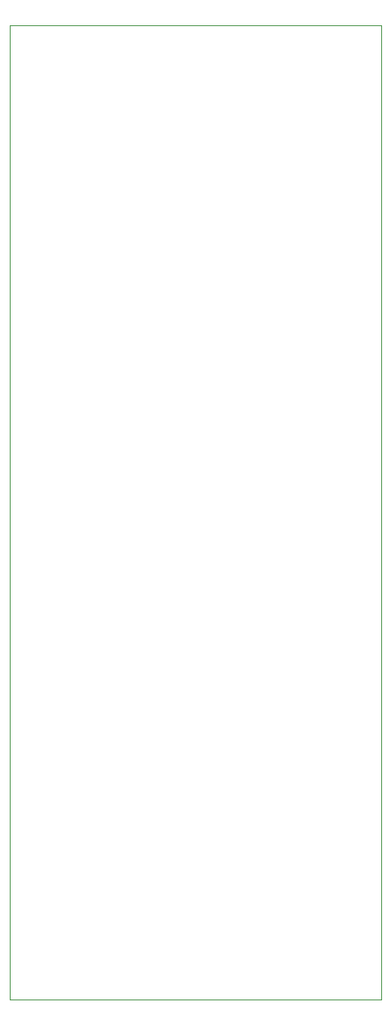
<source format=gbr>
%TF.GenerationSoftware,KiCad,Pcbnew,(6.0.0)*%
%TF.CreationDate,2022-10-17T09:45:53-04:00*%
%TF.ProjectId,ASVCA,41535643-412e-46b6-9963-61645f706362,rev?*%
%TF.SameCoordinates,Original*%
%TF.FileFunction,Profile,NP*%
%FSLAX46Y46*%
G04 Gerber Fmt 4.6, Leading zero omitted, Abs format (unit mm)*
G04 Created by KiCad (PCBNEW (6.0.0)) date 2022-10-17 09:45:53*
%MOMM*%
%LPD*%
G01*
G04 APERTURE LIST*
%TA.AperFunction,Profile*%
%ADD10C,0.100000*%
%TD*%
G04 APERTURE END LIST*
D10*
X100965000Y-24892000D02*
X139573000Y-24892000D01*
X139573000Y-24892000D02*
X139573000Y-125984000D01*
X139573000Y-125984000D02*
X100965000Y-125984000D01*
X100965000Y-125984000D02*
X100965000Y-24892000D01*
M02*

</source>
